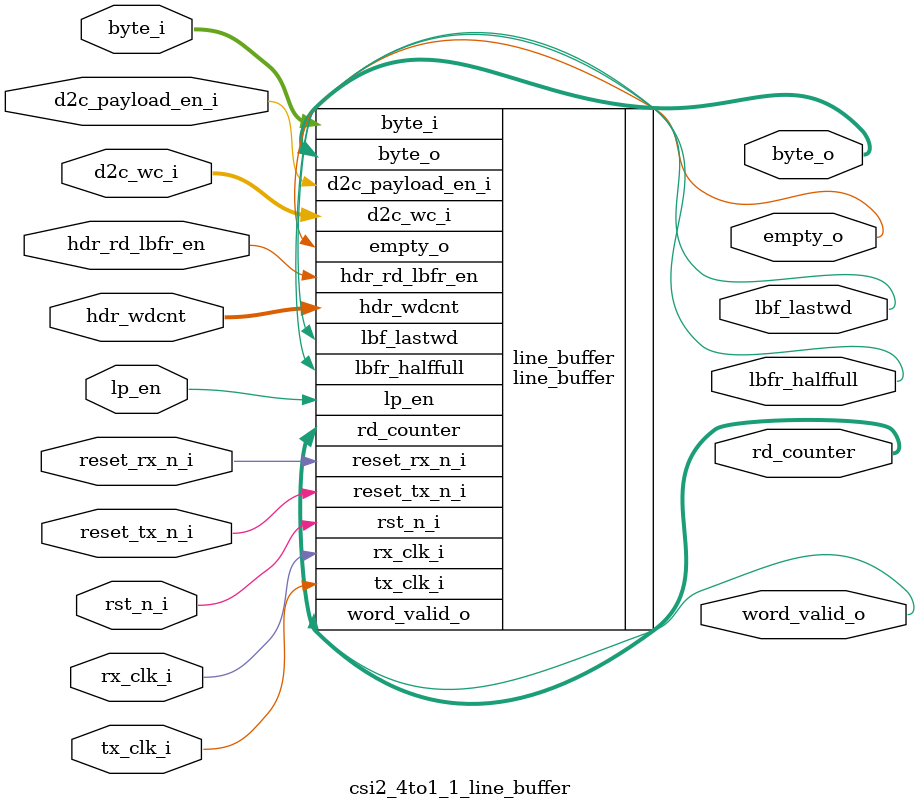
<source format=v>

module csi2_4to1_1_line_buffer

(
  input                          rst_n_i,
  input                          reset_rx_n_i,
  input                          reset_tx_n_i,
  input                          rx_clk_i,
  input                          tx_clk_i,
  input                          d2c_payload_en_i,	
  input [16-1:0]      byte_i,
  input [15:0]                   d2c_wc_i,
  input                          hdr_rd_lbfr_en,
  input [15:0]                   hdr_wdcnt,
  input                          lp_en,
  output  [15:0] 		 rd_counter,
  output  [16-1:0] byte_o,
  output                      word_valid_o,
  output                      empty_o,
  output                      lbfr_halffull,
  output                      lbf_lastwd
);


line_buffer
#(
.LANE_COUNT    (2),
.TX_DATA_WIDTH (16),
.RX_DATA_WIDTH (16),
.BUFFER_DEPTH  (2048),
.CHANNEL_ID    (0)
)
line_buffer (
.rst_n_i                      (rst_n_i),
.reset_tx_n_i                 (reset_tx_n_i),
.reset_rx_n_i                 (reset_rx_n_i),
.lp_en                        (lp_en),
.rx_clk_i                     (rx_clk_i),
.tx_clk_i                     (tx_clk_i),
.d2c_payload_en_i             (d2c_payload_en_i),
.byte_i                       (byte_i),
.d2c_wc_i                     (d2c_wc_i),
.hdr_rd_lbfr_en               (hdr_rd_lbfr_en),
.hdr_wdcnt                    (hdr_wdcnt),
.rd_counter                   (rd_counter),
.byte_o                       (byte_o),
.word_valid_o                 (word_valid_o),
.lbfr_halffull                (lbfr_halffull),
.empty_o                      (empty_o),
.lbf_lastwd                   (lbf_lastwd)
);

endmodule

</source>
